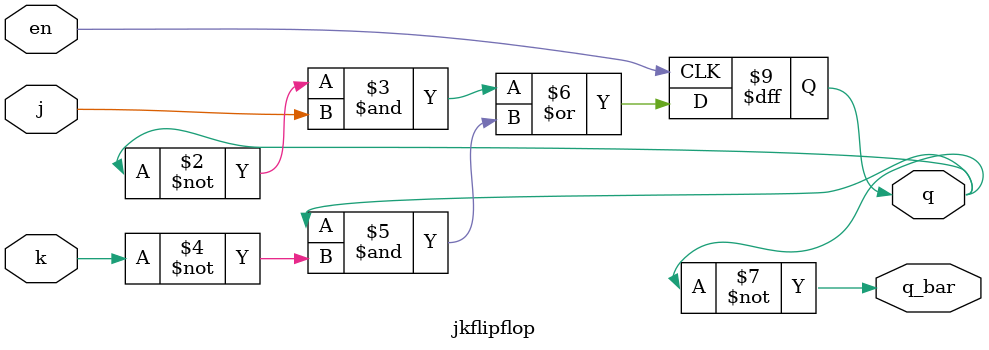
<source format=v>
`timescale 1ns / 1ps



module jkflipflop(input j,k,en,output reg  q,output q_bar);
initial q=0;
always@(negedge en)
 q=((~q) &  j) |(q & (~k));
assign  q_bar=(~q);
endmodule
</source>
